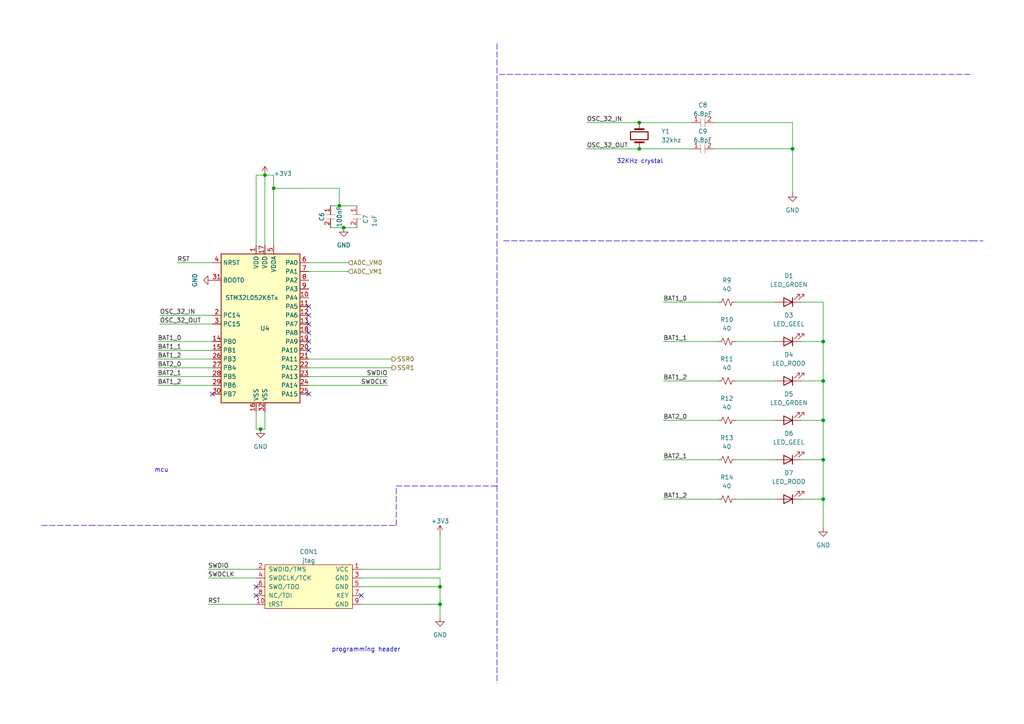
<source format=kicad_sch>
(kicad_sch (version 20210621) (generator eeschema)
  (paper "A4")
  (lib_symbols
    (symbol "Device:Crystal" (pin_numbers hide) (pin_names (offset 1.016) hide)
      (property "Reference" "Y" (at 0 3.81 0))
      (property "Value" "Crystal" (at 0 -3.81 0))
      (symbol "Crystal_0_1"
        (rectangle (start -1.143 2.54) (end 1.143 -2.54) (stroke (width 0.3048)))
        (polyline (pts (xy -2.54 0) (xy -1.905 0)))
        (polyline (pts (xy -1.905 -1.27) (xy -1.905 1.27)) (stroke (width 0.508)))
        (polyline (pts (xy 1.905 -1.27) (xy 1.905 1.27)) (stroke (width 0.508)))
        (polyline (pts (xy 2.54 0) (xy 1.905 0)))
      )
      (symbol "Crystal_1_1"
        (pin passive line (at -3.81 0 0) (length 1.27) (name "1") (number "1"))
        (pin passive line (at 3.81 0 180) (length 1.27) (name "2") (number "2"))
      )
    )
    (symbol "Device:LED" (pin_numbers hide) (pin_names (offset 1.016) hide)
      (property "Reference" "D" (at 0 2.54 0))
      (property "Value" "LED" (at 0 -2.54 0))
      (symbol "LED_0_1"
        (polyline (pts (xy -1.27 -1.27) (xy -1.27 1.27)) (stroke (width 0.254)))
        (polyline (pts (xy -1.27 0) (xy 1.27 0)))
        (polyline (pts (xy 1.27 -1.27) (xy 1.27 1.27) (xy -1.27 0) (xy 1.27 -1.27)) (stroke (width 0.254)))
        (polyline (pts (xy -3.048 -0.762) (xy -4.572 -2.286) (xy -3.81 -2.286) (xy -4.572 -2.286) (xy -4.572 -1.524)))
        (polyline (pts (xy -1.778 -0.762) (xy -3.302 -2.286) (xy -2.54 -2.286) (xy -3.302 -2.286) (xy -3.302 -1.524)))
      )
      (symbol "LED_1_1"
        (pin passive line (at -3.81 0 0) (length 2.54) (name "K") (number "1"))
        (pin passive line (at 3.81 0 180) (length 2.54) (name "A") (number "2"))
      )
    )
    (symbol "Device:R_Small_US" (pin_numbers hide) (pin_names (offset 0.254) hide)
      (property "Reference" "R" (at 0.762 0.508 0))
      (property "Value" "R_Small_US" (at 0.762 -1.016 0))
      (symbol "R_Small_US_1_1"
        (polyline (pts (xy 0 0) (xy 1.016 -0.381) (xy 0 -0.762) (xy -1.016 -1.143) (xy 0 -1.524)))
        (polyline (pts (xy 0 1.524) (xy 1.016 1.143) (xy 0 0.762) (xy -1.016 0.381) (xy 0 0)))
        (pin passive line (at 0 2.54 270) (length 1.016) (name "~") (number "1"))
        (pin passive line (at 0 -2.54 90) (length 1.016) (name "~") (number "2"))
      )
    )
    (symbol "MCU_ST_STM32L0:STM32L052K6Tx"
      (property "Reference" "U" (at -12.7 21.59 0))
      (property "Value" "STM32L052K6Tx" (at 5.08 21.59 0))
      (symbol "STM32L052K6Tx_0_1"
        (rectangle (start -12.7 -22.86) (end 10.16 20.32) (stroke (width 0.254)) (fill (type background)))
      )
      (symbol "STM32L052K6Tx_1_1"
        (pin power_in line (at -2.54 22.86 270) (length 2.54) (name "VDD") (number "1"))
        (pin bidirectional line (at 12.7 7.62 180) (length 2.54) (name "PA4") (number "10"))
        (pin bidirectional line (at 12.7 5.08 180) (length 2.54) (name "PA5") (number "11"))
        (pin bidirectional line (at 12.7 2.54 180) (length 2.54) (name "PA6") (number "12"))
        (pin bidirectional line (at 12.7 0 180) (length 2.54) (name "PA7") (number "13"))
        (pin bidirectional line (at -15.24 -5.08 0) (length 2.54) (name "PB0") (number "14"))
        (pin bidirectional line (at -15.24 -7.62 0) (length 2.54) (name "PB1") (number "15"))
        (pin power_in line (at -2.54 -25.4 90) (length 2.54) (name "VSS") (number "16"))
        (pin power_in line (at 0 22.86 270) (length 2.54) (name "VDD") (number "17"))
        (pin bidirectional line (at 12.7 -2.54 180) (length 2.54) (name "PA8") (number "18"))
        (pin bidirectional line (at 12.7 -5.08 180) (length 2.54) (name "PA9") (number "19"))
        (pin bidirectional line (at -15.24 2.54 0) (length 2.54) (name "PC14") (number "2"))
        (pin bidirectional line (at 12.7 -7.62 180) (length 2.54) (name "PA10") (number "20"))
        (pin bidirectional line (at 12.7 -10.16 180) (length 2.54) (name "PA11") (number "21"))
        (pin bidirectional line (at 12.7 -12.7 180) (length 2.54) (name "PA12") (number "22"))
        (pin bidirectional line (at 12.7 -15.24 180) (length 2.54) (name "PA13") (number "23"))
        (pin bidirectional line (at 12.7 -17.78 180) (length 2.54) (name "PA14") (number "24"))
        (pin bidirectional line (at 12.7 -20.32 180) (length 2.54) (name "PA15") (number "25"))
        (pin bidirectional line (at -15.24 -10.16 0) (length 2.54) (name "PB3") (number "26"))
        (pin bidirectional line (at -15.24 -12.7 0) (length 2.54) (name "PB4") (number "27"))
        (pin bidirectional line (at -15.24 -15.24 0) (length 2.54) (name "PB5") (number "28"))
        (pin bidirectional line (at -15.24 -17.78 0) (length 2.54) (name "PB6") (number "29"))
        (pin bidirectional line (at -15.24 0 0) (length 2.54) (name "PC15") (number "3"))
        (pin bidirectional line (at -15.24 -20.32 0) (length 2.54) (name "PB7") (number "30"))
        (pin input line (at -15.24 12.7 0) (length 2.54) (name "BOOT0") (number "31"))
        (pin power_in line (at 0 -25.4 90) (length 2.54) (name "VSS") (number "32"))
        (pin input line (at -15.24 17.78 0) (length 2.54) (name "NRST") (number "4"))
        (pin power_in line (at 2.54 22.86 270) (length 2.54) (name "VDDA") (number "5"))
        (pin bidirectional line (at 12.7 17.78 180) (length 2.54) (name "PA0") (number "6"))
        (pin bidirectional line (at 12.7 15.24 180) (length 2.54) (name "PA1") (number "7"))
        (pin bidirectional line (at 12.7 12.7 180) (length 2.54) (name "PA2") (number "8"))
        (pin bidirectional line (at 12.7 10.16 180) (length 2.54) (name "PA3") (number "9"))
      )
    )
    (symbol "conectors:jtag" (pin_names (offset 1.016))
      (property "Reference" "CON" (at -6.35 0 90))
      (property "Value" "jtag" (at -3.81 0 90))
      (symbol "jtag_0_1"
        (rectangle (start -12.7 6.35) (end 12.7 -6.35) (fill (type background)))
      )
      (symbol "jtag_1_1"
        (pin power_in line (at -15.24 5.08 0) (length 2.54) (name "VCC") (number "1"))
        (pin unspecified line (at 15.24 -5.08 180) (length 2.54) (name "tRST") (number "10"))
        (pin unspecified line (at 15.24 5.08 180) (length 2.54) (name "SWDIO/TMS") (number "2"))
        (pin power_out line (at -15.24 2.54 0) (length 2.54) (name "GND") (number "3"))
        (pin unspecified line (at 15.24 2.54 180) (length 2.54) (name "SWDCLK/TCK") (number "4"))
        (pin power_out line (at -15.24 0 0) (length 2.54) (name "GND") (number "5"))
        (pin power_in line (at 15.24 0 180) (length 2.54) (name "SWO/TDO") (number "6"))
        (pin unspecified line (at -15.24 -2.54 0) (length 2.54) (name "KEY") (number "7"))
        (pin unspecified line (at 15.24 -2.54 180) (length 2.54) (name "NC/TDI") (number "8"))
        (pin power_out line (at -15.24 -5.08 0) (length 2.54) (name "GND") (number "9"))
      )
    )
    (symbol "power:+3V3" (power) (pin_names (offset 0))
      (property "Value" "+3V3" (at 0 3.556 0))
      (symbol "+3V3_0_1"
        (polyline (pts (xy -0.762 1.27) (xy 0 2.54)))
        (polyline (pts (xy 0 0) (xy 0 2.54)))
        (polyline (pts (xy 0 2.54) (xy 0.762 1.27)))
      )
      (symbol "+3V3_1_1"
        (pin power_in line (at 0 0 90) (length 0) hide (name "+3V3") (number "1"))
      )
    )
    (symbol "power:GND" (power) (pin_names (offset 0))
      (property "Value" "GND" (at 0 -3.81 0))
      (symbol "GND_0_1"
        (polyline (pts (xy 0 0) (xy 0 -1.27) (xy 1.27 -1.27) (xy 0 -2.54) (xy -1.27 -1.27) (xy 0 -1.27)))
      )
      (symbol "GND_1_1"
        (pin power_in line (at 0 0 270) (length 0) hide (name "GND") (number "1"))
      )
    )
    (symbol "vanalles:capacitor"
      (property "Reference" "C" (at 0 5.08 0))
      (property "Value" "capacitor" (at 0 3.81 0))
      (symbol "capacitor_0_1"
        (polyline (pts (xy 0 1.27) (xy 0 -1.27)) (stroke (width 0.0006)))
        (polyline (pts (xy 1.27 1.27) (xy 1.27 -1.27)) (stroke (width 0.0006)))
      )
      (symbol "capacitor_1_1"
        (pin input line (at -2.54 0 0) (length 2.54) (name "") (number "1"))
        (pin input line (at 3.81 0 180) (length 2.54) (name "") (number "2"))
      )
    )
  )
  (junction (at 75.565 124.46) (diameter 0.9144))
  (junction (at 76.835 50.8) (diameter 0.9144))
  (junction (at 79.375 54.61) (diameter 0.9144))
  (junction (at 98.425 59.69) (diameter 0.9144))
  (junction (at 99.695 66.04) (diameter 0.9144))
  (junction (at 127.635 170.18) (diameter 0.9144))
  (junction (at 127.635 175.26) (diameter 0.9144))
  (junction (at 185.42 35.56) (diameter 0.9144))
  (junction (at 185.42 43.18) (diameter 0.9144))
  (junction (at 229.87 43.18) (diameter 0.9144))
  (junction (at 238.76 99.06) (diameter 0.9144))
  (junction (at 238.76 110.49) (diameter 0.9144))
  (junction (at 238.76 121.92) (diameter 0.9144))
  (junction (at 238.76 133.35) (diameter 0.9144))
  (junction (at 238.76 144.78) (diameter 0.9144))
  (no_connect (at 61.595 114.3))
  (no_connect (at 74.295 170.18))
  (no_connect (at 74.295 172.72))
  (no_connect (at 89.535 88.9))
  (no_connect (at 89.535 91.44))
  (no_connect (at 89.535 93.98))
  (no_connect (at 89.535 96.52))
  (no_connect (at 89.535 99.06))
  (no_connect (at 89.535 101.6))
  (no_connect (at 89.535 114.3))
  (no_connect (at 104.775 172.72))
  (wire (pts (xy 45.72 99.06) (xy 61.595 99.06)))
  (wire (pts (xy 45.72 101.6) (xy 61.595 101.6)))
  (wire (pts (xy 46.355 91.44) (xy 61.595 91.44)))
  (wire (pts (xy 46.355 93.98) (xy 61.595 93.98)))
  (wire (pts (xy 51.435 76.2) (xy 61.595 76.2)))
  (wire (pts (xy 60.325 165.1) (xy 74.295 165.1)))
  (wire (pts (xy 60.325 167.64) (xy 74.295 167.64)))
  (wire (pts (xy 60.325 175.26) (xy 74.295 175.26)))
  (wire (pts (xy 61.595 104.14) (xy 45.72 104.14)))
  (wire (pts (xy 61.595 106.68) (xy 45.72 106.68)))
  (wire (pts (xy 61.595 109.22) (xy 45.72 109.22)))
  (wire (pts (xy 61.595 111.76) (xy 45.72 111.76)))
  (wire (pts (xy 74.295 50.8) (xy 74.295 71.12)))
  (wire (pts (xy 74.295 124.46) (xy 74.295 119.38)))
  (wire (pts (xy 75.565 124.46) (xy 74.295 124.46)))
  (wire (pts (xy 76.835 50.8) (xy 74.295 50.8)))
  (wire (pts (xy 76.835 50.8) (xy 76.835 71.12)))
  (wire (pts (xy 76.835 50.8) (xy 79.375 50.8)))
  (wire (pts (xy 76.835 119.38) (xy 76.835 124.46)))
  (wire (pts (xy 76.835 124.46) (xy 75.565 124.46)))
  (wire (pts (xy 79.375 50.8) (xy 79.375 54.61)))
  (wire (pts (xy 79.375 54.61) (xy 79.375 71.12)))
  (wire (pts (xy 89.535 76.2) (xy 100.965 76.2)))
  (wire (pts (xy 89.535 78.74) (xy 100.965 78.74)))
  (wire (pts (xy 89.535 104.14) (xy 113.665 104.14)))
  (wire (pts (xy 89.535 106.68) (xy 113.665 106.68)))
  (wire (pts (xy 89.535 109.22) (xy 112.395 109.22)))
  (wire (pts (xy 89.535 111.76) (xy 112.395 111.76)))
  (wire (pts (xy 95.885 59.69) (xy 98.425 59.69)))
  (wire (pts (xy 98.425 54.61) (xy 79.375 54.61)))
  (wire (pts (xy 98.425 59.69) (xy 98.425 54.61)))
  (wire (pts (xy 98.425 59.69) (xy 103.505 59.69)))
  (wire (pts (xy 99.695 66.04) (xy 95.885 66.04)))
  (wire (pts (xy 99.695 66.04) (xy 103.505 66.04)))
  (wire (pts (xy 104.775 165.1) (xy 127.635 165.1)))
  (wire (pts (xy 104.775 167.64) (xy 127.635 167.64)))
  (wire (pts (xy 104.775 170.18) (xy 127.635 170.18)))
  (wire (pts (xy 127.635 154.94) (xy 127.635 165.1)))
  (wire (pts (xy 127.635 167.64) (xy 127.635 170.18)))
  (wire (pts (xy 127.635 170.18) (xy 127.635 175.26)))
  (wire (pts (xy 127.635 175.26) (xy 104.775 175.26)))
  (wire (pts (xy 127.635 175.26) (xy 127.635 179.07)))
  (wire (pts (xy 170.18 35.56) (xy 185.42 35.56)))
  (wire (pts (xy 170.18 43.18) (xy 185.42 43.18)))
  (wire (pts (xy 185.42 35.56) (xy 200.66 35.56)))
  (wire (pts (xy 185.42 43.18) (xy 200.66 43.18)))
  (wire (pts (xy 192.405 87.63) (xy 208.28 87.63)))
  (wire (pts (xy 192.405 99.06) (xy 208.28 99.06)))
  (wire (pts (xy 192.405 110.49) (xy 208.28 110.49)))
  (wire (pts (xy 207.01 43.18) (xy 229.87 43.18)))
  (wire (pts (xy 208.28 121.92) (xy 192.405 121.92)))
  (wire (pts (xy 208.28 133.35) (xy 192.405 133.35)))
  (wire (pts (xy 208.28 144.78) (xy 192.405 144.78)))
  (wire (pts (xy 213.36 87.63) (xy 224.79 87.63)))
  (wire (pts (xy 213.36 99.06) (xy 224.79 99.06)))
  (wire (pts (xy 213.36 110.49) (xy 224.79 110.49)))
  (wire (pts (xy 213.36 121.92) (xy 224.79 121.92)))
  (wire (pts (xy 213.36 133.35) (xy 224.79 133.35)))
  (wire (pts (xy 213.36 144.78) (xy 224.79 144.78)))
  (wire (pts (xy 229.87 35.56) (xy 207.01 35.56)))
  (wire (pts (xy 229.87 35.56) (xy 229.87 43.18)))
  (wire (pts (xy 229.87 43.18) (xy 229.87 55.88)))
  (wire (pts (xy 232.41 99.06) (xy 238.76 99.06)))
  (wire (pts (xy 232.41 110.49) (xy 238.76 110.49)))
  (wire (pts (xy 232.41 121.92) (xy 238.76 121.92)))
  (wire (pts (xy 232.41 133.35) (xy 238.76 133.35)))
  (wire (pts (xy 232.41 144.78) (xy 238.76 144.78)))
  (wire (pts (xy 238.76 87.63) (xy 232.41 87.63)))
  (wire (pts (xy 238.76 99.06) (xy 238.76 87.63)))
  (wire (pts (xy 238.76 110.49) (xy 238.76 99.06)))
  (wire (pts (xy 238.76 121.92) (xy 238.76 110.49)))
  (wire (pts (xy 238.76 133.35) (xy 238.76 121.92)))
  (wire (pts (xy 238.76 133.35) (xy 238.76 144.78)))
  (wire (pts (xy 238.76 144.78) (xy 238.76 153.035)))
  (polyline (pts (xy 12.065 152.4) (xy 26.035 152.4)) (stroke (width 0) (type dash)))
  (polyline (pts (xy 26.035 152.4) (xy 114.935 152.4)) (stroke (width 0) (type dash)))
  (polyline (pts (xy 114.935 140.97) (xy 144.145 140.97)) (stroke (width 0) (type dash)))
  (polyline (pts (xy 114.935 152.4) (xy 114.935 140.97)) (stroke (width 0) (type dash)))
  (polyline (pts (xy 144.145 12.7) (xy 144.145 140.97)) (stroke (width 0) (type dash)))
  (polyline (pts (xy 144.145 140.97) (xy 144.145 198.12)) (stroke (width 0) (type dash)))
  (polyline (pts (xy 144.78 21.59) (xy 281.94 21.59)) (stroke (width 0) (type dash)))
  (polyline (pts (xy 146.05 69.85) (xy 281.94 69.85)) (stroke (width 0) (type dash)))
  (polyline (pts (xy 281.94 69.85) (xy 285.115 69.85)) (stroke (width 0) (type dash)))
  (text "mcu\n" (at 48.895 137.16 180) (effects (font (size 1.27 1.27)) (justify right bottom)))
  (text "programming header\n" (at 116.205 189.23 180) (effects (font (size 1.27 1.27)) (justify right bottom)))
  (text "32KHz crystal\n" (at 192.405 47.625 180) (effects (font (size 1.27 1.27)) (justify right bottom)))
  (label "BAT1_0" (at 45.72 99.06 0))
  (label "BAT1_1" (at 45.72 101.6 0))
  (label "BAT1_2" (at 45.72 104.14 0))
  (label "BAT2_0" (at 45.72 106.68 0))
  (label "BAT2_1" (at 45.72 109.22 0))
  (label "BAT1_2" (at 45.72 111.76 0))
  (label "OSC_32_IN" (at 46.355 91.44 0))
  (label "OSC_32_OUT" (at 46.355 93.98 0))
  (label "RST" (at 51.435 76.2 0))
  (label "SWDIO" (at 60.325 165.1 0))
  (label "SWDCLK" (at 60.325 167.64 0))
  (label "RST" (at 60.325 175.26 0))
  (label "SWDIO" (at 112.395 109.22 180))
  (label "SWDCLK" (at 112.395 111.76 180))
  (label "OSC_32_IN" (at 170.18 35.56 0))
  (label "OSC_32_OUT" (at 170.18 43.18 0))
  (label "BAT1_0" (at 192.405 87.63 0))
  (label "BAT1_1" (at 192.405 99.06 0))
  (label "BAT1_2" (at 192.405 110.49 0))
  (label "BAT2_0" (at 192.405 121.92 0))
  (label "BAT2_1" (at 192.405 133.35 0))
  (label "BAT1_2" (at 192.405 144.78 0))
  (hierarchical_label "ADC_VM0" (shape input) (at 100.965 76.2 0))
  (hierarchical_label "ADC_VM1" (shape input) (at 100.965 78.74 0))
  (hierarchical_label "SSR0" (shape output) (at 113.665 104.14 0))
  (hierarchical_label "SSR1" (shape output) (at 113.665 106.68 0))
  (symbol (lib_id "power:+3V3") (at 76.835 50.8 0) (unit 1)
    (property "Reference" "#PWR0119" (effects hide))
    (property "Value" "+3V3" (at 79.375 50.3554 0) (effects (justify left)))
  )
  (symbol (lib_id "power:+3V3") (at 127.635 154.94 0) (unit 1)
    (property "Reference" "#PWR0116" (effects hide))
    (property "Value" "+3V3" (at 127.635 151.13 0))
  )
  (symbol (lib_id "power:GND") (at 61.595 81.28 270) (unit 1)
    (property "Reference" "#PWR0114" (effects hide))
    (property "Value" "GND" (at 56.515 81.28 0))
  )
  (symbol (lib_id "power:GND") (at 75.565 124.46 0) (unit 1)
    (property "Reference" "#PWR0115" (effects hide))
    (property "Value" "GND" (at 75.565 129.54 0))
  )
  (symbol (lib_id "power:GND") (at 99.695 66.04 0) (unit 1)
    (property "Reference" "#PWR0120" (effects hide))
    (property "Value" "GND" (at 99.695 71.12 0))
  )
  (symbol (lib_id "power:GND") (at 127.635 179.07 0) (unit 1)
    (property "Reference" "#PWR0117" (effects hide))
    (property "Value" "GND" (at 127.635 184.15 0))
  )
  (symbol (lib_id "power:GND") (at 229.87 55.88 0) (unit 1)
    (property "Reference" "#PWR0113" (effects hide))
    (property "Value" "GND" (at 229.87 60.96 0))
  )
  (symbol (lib_id "power:GND") (at 238.76 153.035 0) (unit 1)
    (property "Reference" "#PWR0118" (effects hide))
    (property "Value" "GND" (at 238.76 158.115 0))
  )
  (symbol (lib_id "Device:R_Small_US") (at 210.82 87.63 90) (unit 1)
    (property "Reference" "R9" (at 210.82 81.28 90))
    (property "Value" "40" (at 210.82 83.82 90))
    (property "Footprint" "vanalles:0603" (effects hide))
  )
  (symbol (lib_id "Device:R_Small_US") (at 210.82 99.06 90) (unit 1)
    (property "Reference" "R10" (at 210.82 92.71 90))
    (property "Value" "40" (at 210.82 95.25 90))
    (property "Footprint" "vanalles:0603" (effects hide))
  )
  (symbol (lib_id "Device:R_Small_US") (at 210.82 110.49 90) (unit 1)
    (property "Reference" "R11" (at 210.82 104.14 90))
    (property "Value" "40" (at 210.82 106.68 90))
    (property "Footprint" "vanalles:0603" (effects hide))
  )
  (symbol (lib_id "Device:R_Small_US") (at 210.82 121.92 90) (unit 1)
    (property "Reference" "R12" (at 210.82 115.57 90))
    (property "Value" "40" (at 210.82 118.11 90))
    (property "Footprint" "vanalles:0603" (effects hide))
  )
  (symbol (lib_id "Device:R_Small_US") (at 210.82 133.35 90) (unit 1)
    (property "Reference" "R13" (at 210.82 127 90))
    (property "Value" "40" (at 210.82 129.54 90))
    (property "Footprint" "vanalles:0603" (effects hide))
  )
  (symbol (lib_id "Device:R_Small_US") (at 210.82 144.78 90) (unit 1)
    (property "Reference" "R14" (at 210.82 138.43 90))
    (property "Value" "40" (at 210.82 140.97 90))
    (property "Footprint" "vanalles:0603" (effects hide))
  )
  (symbol (lib_id "vanalles:capacitor") (at 95.885 62.23 270) (unit 1)
    (property "Reference" "C6" (at 93.345 62.865 0))
    (property "Value" "100nF" (at 98.425 62.865 0))
    (property "Footprint" "vanalles:0603" (effects hide))
  )
  (symbol (lib_id "vanalles:capacitor") (at 103.505 62.23 270) (unit 1)
    (property "Reference" "C7" (at 106.045 62.2299 0) (effects (justify left)))
    (property "Value" "1uF" (at 108.585 62.2299 0) (effects (justify left)))
    (property "Footprint" "vanalles:0603" (effects hide))
  )
  (symbol (lib_id "vanalles:capacitor") (at 203.2 35.56 0) (unit 1)
    (property "Reference" "C8" (at 203.835 30.48 0))
    (property "Value" "6.8pF" (at 203.835 33.02 0))
    (property "Footprint" "vanalles:0603" (effects hide))
  )
  (symbol (lib_id "vanalles:capacitor") (at 203.2 43.18 0) (unit 1)
    (property "Reference" "C9" (at 203.835 38.1 0))
    (property "Value" "6.8pF" (at 203.835 40.64 0))
    (property "Footprint" "vanalles:0603" (effects hide))
  )
  (symbol (lib_id "Device:LED") (at 228.6 87.63 180) (unit 1)
    (property "Reference" "D1" (at 228.7905 80.01 0))
    (property "Value" "LED_GROEN" (at 228.7905 82.55 0))
    (property "Footprint" "halfgeleiders:led0603" (effects hide))
  )
  (symbol (lib_id "Device:LED") (at 228.6 99.06 180) (unit 1)
    (property "Reference" "D3" (at 228.7905 91.44 0))
    (property "Value" "LED_GEEL" (at 228.7905 93.98 0))
    (property "Footprint" "halfgeleiders:led0603" (effects hide))
  )
  (symbol (lib_id "Device:LED") (at 228.6 110.49 180) (unit 1)
    (property "Reference" "D4" (at 228.7905 102.87 0))
    (property "Value" "LED_ROOD" (at 228.7905 105.41 0))
    (property "Footprint" "halfgeleiders:led0603" (effects hide))
  )
  (symbol (lib_id "Device:LED") (at 228.6 121.92 180) (unit 1)
    (property "Reference" "D5" (at 228.7905 114.3 0))
    (property "Value" "LED_GROEN" (at 228.7905 116.84 0))
    (property "Footprint" "halfgeleiders:led0603" (effects hide))
  )
  (symbol (lib_id "Device:LED") (at 228.6 133.35 180) (unit 1)
    (property "Reference" "D6" (at 228.7905 125.73 0))
    (property "Value" "LED_GEEL" (at 228.7905 128.27 0))
    (property "Footprint" "halfgeleiders:led0603" (effects hide))
  )
  (symbol (lib_id "Device:LED") (at 228.6 144.78 180) (unit 1)
    (property "Reference" "D7" (at 228.7905 137.16 0))
    (property "Value" "LED_ROOD" (at 228.7905 139.7 0))
    (property "Footprint" "halfgeleiders:led0603" (effects hide))
  )
  (symbol (lib_id "Device:Crystal") (at 185.42 39.37 90) (unit 1)
    (property "Reference" "Y1" (at 191.77 38.0999 90) (effects (justify right)))
    (property "Value" "32khz" (at 191.77 40.6399 90) (effects (justify right)))
    (property "Footprint" "vanalles:crystal tht" (effects hide))
  )
  (symbol (lib_id "conectors:jtag") (at 89.535 170.18 0) (mirror y) (unit 1)
    (property "Reference" "CON1" (at 89.535 160.02 0))
    (property "Value" "jtag" (at 89.535 162.56 0))
    (property "Footprint" "connectors_user:Tag-Connect_TC2050-IDC-NL_2x05_P1.27mm_Vertical" (effects hide))
  )
  (symbol (lib_id "MCU_ST_STM32L0:STM32L052K6Tx") (at 76.835 93.98 0) (unit 1)
    (property "Reference" "U4" (at 76.835 95.25 0))
    (property "Value" "STM32L052K6Tx" (at 73.025 86.36 0))
    (property "Footprint" "halfgeleiders:QFP32P80_900X900X160L60X37N" (effects hide))
    (property "Datasheet" "http://www.st.com/st-web-ui/static/active/en/resource/technical/document/datasheet/DM00108217.pdf" (effects hide))
  )
)
</source>
